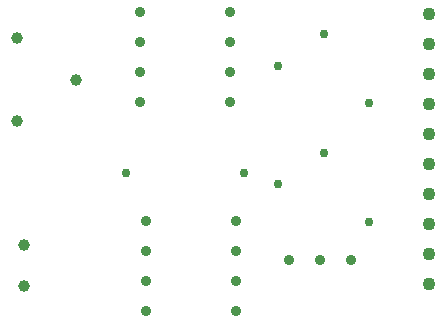
<source format=gbr>
%TF.GenerationSoftware,Altium Limited,Altium Designer,24.10.1 (45)*%
G04 Layer_Color=0*
%FSLAX45Y45*%
%MOMM*%
%TF.SameCoordinates,84579A9D-6CBE-44F1-8994-53D447095AA9*%
%TF.FilePolarity,Positive*%
%TF.FileFunction,Plated,1,2,PTH,Drill*%
%TF.Part,Single*%
G01*
G75*
%TA.AperFunction,ComponentDrill*%
%ADD36C,0.90000*%
%ADD37C,0.75000*%
%ADD38C,1.00000*%
%ADD39C,0.75000*%
%ADD40C,1.10000*%
%ADD41C,0.90000*%
D36*
X1574800Y2743200D02*
D03*
Y2489200D02*
D03*
Y2235200D02*
D03*
Y1981200D02*
D03*
X2336800Y2743200D02*
D03*
Y2489200D02*
D03*
Y2235200D02*
D03*
Y1981200D02*
D03*
X2387600Y215900D02*
D03*
Y469900D02*
D03*
Y723900D02*
D03*
Y977900D02*
D03*
X1625600Y215900D02*
D03*
Y469900D02*
D03*
Y723900D02*
D03*
Y977900D02*
D03*
D37*
X1455800Y1384300D02*
D03*
X2455800D02*
D03*
D38*
X596900Y774700D02*
D03*
Y424700D02*
D03*
X530400Y2522900D02*
D03*
X1030400Y2172900D02*
D03*
X530400Y1822900D02*
D03*
D39*
X3136900Y2557400D02*
D03*
Y1557400D02*
D03*
X2743200Y1290700D02*
D03*
Y2290700D02*
D03*
X3517900Y1973200D02*
D03*
Y973200D02*
D03*
D40*
X4025900Y444500D02*
D03*
Y698500D02*
D03*
Y1460500D02*
D03*
Y1968500D02*
D03*
Y2476500D02*
D03*
Y2730500D02*
D03*
Y2222500D02*
D03*
Y1714500D02*
D03*
Y1206500D02*
D03*
Y952500D02*
D03*
D41*
X3098800Y647700D02*
D03*
X2838800D02*
D03*
X3358800D02*
D03*
%TF.MD5,3a95911e490b5eac2ed380205954a1a3*%
M02*

</source>
